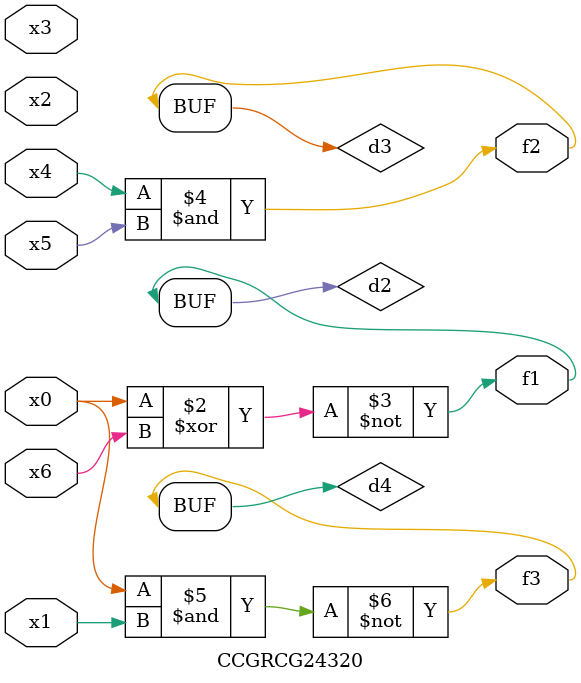
<source format=v>
module CCGRCG24320(
	input x0, x1, x2, x3, x4, x5, x6,
	output f1, f2, f3
);

	wire d1, d2, d3, d4;

	nor (d1, x0);
	xnor (d2, x0, x6);
	and (d3, x4, x5);
	nand (d4, x0, x1);
	assign f1 = d2;
	assign f2 = d3;
	assign f3 = d4;
endmodule

</source>
